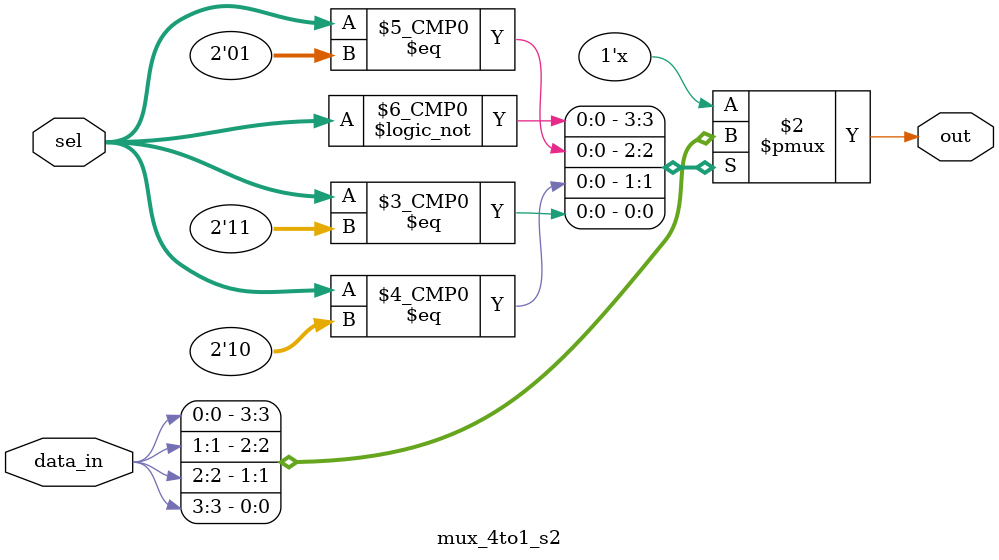
<source format=v>
module mux_4to1_s2(
    input [3:0] data_in,
    input [1:0] sel,
    output reg out
);

always @(*) begin
    case (sel)
        2'd0: out = data_in[0];
        2'd1: out = data_in[1];
        2'd2: out = data_in[2];
        2'd3: out = data_in[3];
        default: out = 1'b0;
    endcase
end

endmodule
</source>
